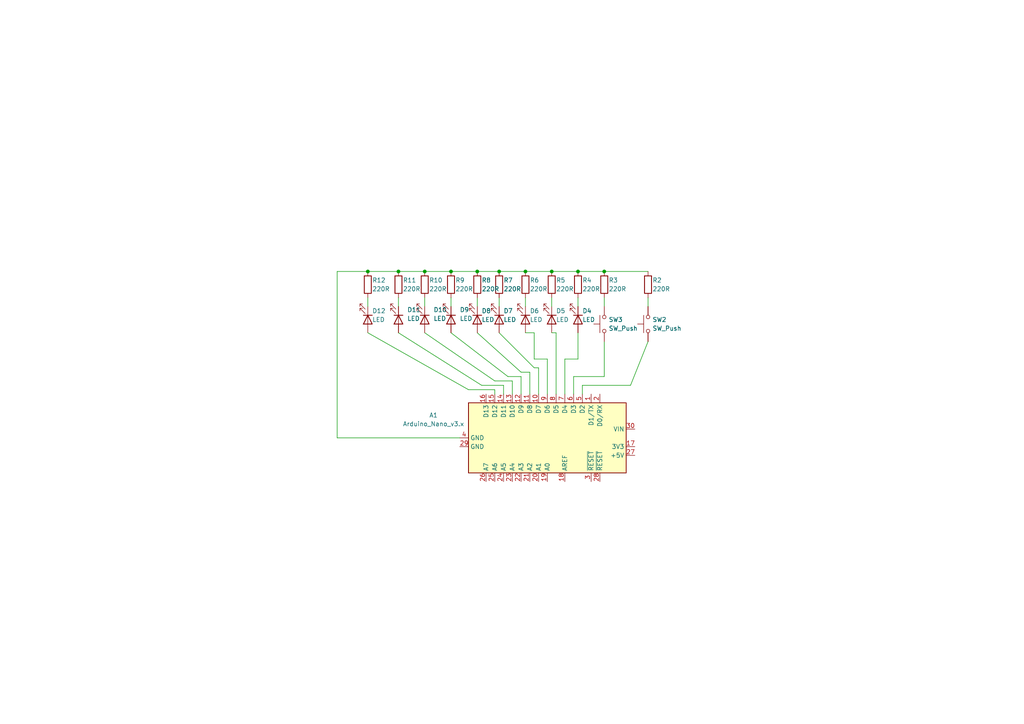
<source format=kicad_sch>
(kicad_sch (version 20211123) (generator eeschema)
  (paper "A4")
  (lib_symbols
    (symbol "Device:LED" (pin_numbers hide) (pin_names (offset 1.016) hide)
      (property "Reference" "D" (at 0 2.54 0))
      (property "Value" "LED" (at 0 -2.54 0))
      (symbol "LED_0_1"
        (polyline (pts (xy -1.27 -1.27) (xy -1.27 1.27)) (stroke (width 0.254)))
        (polyline (pts (xy -1.27 0) (xy 1.27 0)))
        (polyline (pts (xy 1.27 -1.27) (xy 1.27 1.27) (xy -1.27 0) (xy 1.27 -1.27)) (stroke (width 0.254)))
        (polyline (pts (xy -3.048 -0.762) (xy -4.572 -2.286) (xy -3.81 -2.286) (xy -4.572 -2.286) (xy -4.572 -1.524)))
        (polyline (pts (xy -1.778 -0.762) (xy -3.302 -2.286) (xy -2.54 -2.286) (xy -3.302 -2.286) (xy -3.302 -1.524)))
      )
      (symbol "LED_1_1"
        (pin passive line (at -3.81 0 0) (length 2.54) (name "K") (number "1"))
        (pin passive line (at 3.81 0 180) (length 2.54) (name "A") (number "2"))
      )
    )
    (symbol "Device:R" (pin_numbers hide) (pin_names (offset 0))
      (property "Reference" "R" (at 2.032 0 90))
      (property "Value" "R" (at 0 0 90))
      (symbol "R_0_1"
        (rectangle (start -1.016 -2.54) (end 1.016 2.54) (stroke (width 0.254)))
      )
      (symbol "R_1_1"
        (pin passive line (at 0 3.81 270) (length 1.27) (name "~") (number "1"))
        (pin passive line (at 0 -3.81 90) (length 1.27) (name "~") (number "2"))
      )
    )
    (symbol "MCU_Module:Arduino_Nano_v3.x"
      (property "Reference" "A" (at -10.16 23.495 0))
      (property "Value" "Arduino_Nano_v3.x" (at 5.08 -24.13 0))
      (symbol "Arduino_Nano_v3.x_0_1"
        (rectangle (start -10.16 22.86) (end 10.16 -22.86) (stroke (width 0.254)) (fill (type background)))
      )
      (symbol "Arduino_Nano_v3.x_1_1"
        (pin bidirectional line (at -12.7 12.7 0) (length 2.54) (name "D1/TX") (number "1"))
        (pin bidirectional line (at -12.7 -2.54 0) (length 2.54) (name "D7") (number "10"))
        (pin bidirectional line (at -12.7 -5.08 0) (length 2.54) (name "D8") (number "11"))
        (pin bidirectional line (at -12.7 -7.62 0) (length 2.54) (name "D9") (number "12"))
        (pin bidirectional line (at -12.7 -10.16 0) (length 2.54) (name "D10") (number "13"))
        (pin bidirectional line (at -12.7 -12.7 0) (length 2.54) (name "D11") (number "14"))
        (pin bidirectional line (at -12.7 -15.24 0) (length 2.54) (name "D12") (number "15"))
        (pin bidirectional line (at -12.7 -17.78 0) (length 2.54) (name "D13") (number "16"))
        (pin power_out line (at 2.54 25.4 270) (length 2.54) (name "3V3") (number "17"))
        (pin input line (at 12.7 5.08 180) (length 2.54) (name "AREF") (number "18"))
        (pin bidirectional line (at 12.7 0 180) (length 2.54) (name "A0") (number "19"))
        (pin bidirectional line (at -12.7 15.24 0) (length 2.54) (name "D0/RX") (number "2"))
        (pin bidirectional line (at 12.7 -2.54 180) (length 2.54) (name "A1") (number "20"))
        (pin bidirectional line (at 12.7 -5.08 180) (length 2.54) (name "A2") (number "21"))
        (pin bidirectional line (at 12.7 -7.62 180) (length 2.54) (name "A3") (number "22"))
        (pin bidirectional line (at 12.7 -10.16 180) (length 2.54) (name "A4") (number "23"))
        (pin bidirectional line (at 12.7 -12.7 180) (length 2.54) (name "A5") (number "24"))
        (pin bidirectional line (at 12.7 -15.24 180) (length 2.54) (name "A6") (number "25"))
        (pin bidirectional line (at 12.7 -17.78 180) (length 2.54) (name "A7") (number "26"))
        (pin power_out line (at 5.08 25.4 270) (length 2.54) (name "+5V") (number "27"))
        (pin input line (at 12.7 15.24 180) (length 2.54) (name "~{RESET}") (number "28"))
        (pin power_in line (at 2.54 -25.4 90) (length 2.54) (name "GND") (number "29"))
        (pin input line (at 12.7 12.7 180) (length 2.54) (name "~{RESET}") (number "3"))
        (pin power_in line (at -2.54 25.4 270) (length 2.54) (name "VIN") (number "30"))
        (pin power_in line (at 0 -25.4 90) (length 2.54) (name "GND") (number "4"))
        (pin bidirectional line (at -12.7 10.16 0) (length 2.54) (name "D2") (number "5"))
        (pin bidirectional line (at -12.7 7.62 0) (length 2.54) (name "D3") (number "6"))
        (pin bidirectional line (at -12.7 5.08 0) (length 2.54) (name "D4") (number "7"))
        (pin bidirectional line (at -12.7 2.54 0) (length 2.54) (name "D5") (number "8"))
        (pin bidirectional line (at -12.7 0 0) (length 2.54) (name "D6") (number "9"))
      )
    )
    (symbol "Switch:SW_Push" (pin_numbers hide) (pin_names (offset 1.016) hide)
      (property "Reference" "SW" (at 1.27 2.54 0))
      (property "Value" "SW_Push" (at 0 -1.524 0))
      (symbol "SW_Push_0_1"
        (circle (center -2.032 0) (radius 0.508))
        (polyline (pts (xy 0 1.27) (xy 0 3.048)))
        (polyline (pts (xy 2.54 1.27) (xy -2.54 1.27)))
        (circle (center 2.032 0) (radius 0.508))
        (pin passive line (at -5.08 0 0) (length 2.54) (name "1") (number "1"))
        (pin passive line (at 5.08 0 180) (length 2.54) (name "2") (number "2"))
      )
    )
  )
  (junction (at 115.57 78.74))
  (junction (at 130.81 78.74))
  (junction (at 175.26 78.74))
  (junction (at 167.64 78.74))
  (junction (at 106.68 78.74))
  (junction (at 138.43 78.74))
  (junction (at 123.19 78.74))
  (junction (at 152.4 78.74))
  (junction (at 144.78 78.74))
  (junction (at 160.02 78.74))
  (wire (pts (xy 123.19 78.74) (xy 115.57 78.74)))
  (wire (pts (xy 163.83 114.3) (xy 163.83 104.14)))
  (wire (pts (xy 167.64 78.74) (xy 175.26 78.74)))
  (wire (pts (xy 152.4 78.74) (xy 160.02 78.74)))
  (wire (pts (xy 154.94 96.52) (xy 152.4 96.52)))
  (wire (pts (xy 158.75 114.3) (xy 158.75 104.14)))
  (wire (pts (xy 187.96 99.06) (xy 182.88 111.76)))
  (wire (pts (xy 147.32 109.22) (xy 130.81 96.52)))
  (wire (pts (xy 175.26 109.22) (xy 175.26 99.06)))
  (wire (pts (xy 97.79 78.74) (xy 97.79 127)))
  (wire (pts (xy 156.21 114.3) (xy 156.21 106.68)))
  (wire (pts (xy 153.67 114.3) (xy 153.67 107.95)))
  (wire (pts (xy 152.4 86.36) (xy 152.4 88.9)))
  (wire (pts (xy 161.29 96.52) (xy 160.02 96.52)))
  (wire (pts (xy 148.59 114.3) (xy 148.59 110.49)))
  (wire (pts (xy 97.79 127) (xy 133.35 127)))
  (wire (pts (xy 135.89 113.03) (xy 106.68 96.52)))
  (wire (pts (xy 175.26 86.36) (xy 175.26 88.9)))
  (wire (pts (xy 143.51 114.3) (xy 143.51 113.03)))
  (wire (pts (xy 144.78 78.74) (xy 152.4 78.74)))
  (wire (pts (xy 156.21 106.68) (xy 154.94 106.68)))
  (wire (pts (xy 160.02 78.74) (xy 167.64 78.74)))
  (wire (pts (xy 154.94 104.14) (xy 154.94 96.52)))
  (wire (pts (xy 115.57 86.36) (xy 115.57 88.9)))
  (wire (pts (xy 146.05 114.3) (xy 146.05 111.76)))
  (wire (pts (xy 158.75 104.14) (xy 154.94 104.14)))
  (wire (pts (xy 151.13 114.3) (xy 151.13 109.22)))
  (wire (pts (xy 138.43 86.36) (xy 138.43 88.9)))
  (wire (pts (xy 144.78 86.36) (xy 144.78 88.9)))
  (wire (pts (xy 187.96 78.74) (xy 175.26 78.74)))
  (wire (pts (xy 106.68 78.74) (xy 115.57 78.74)))
  (wire (pts (xy 168.91 111.76) (xy 182.88 111.76)))
  (wire (pts (xy 187.96 86.36) (xy 187.96 88.9)))
  (wire (pts (xy 106.68 78.74) (xy 97.79 78.74)))
  (wire (pts (xy 163.83 104.14) (xy 167.64 104.14)))
  (wire (pts (xy 166.37 114.3) (xy 166.37 109.22)))
  (wire (pts (xy 168.91 114.3) (xy 168.91 111.76)))
  (wire (pts (xy 148.59 110.49) (xy 143.51 110.49)))
  (wire (pts (xy 143.51 110.49) (xy 123.19 96.52)))
  (wire (pts (xy 160.02 86.36) (xy 160.02 88.9)))
  (wire (pts (xy 161.29 114.3) (xy 161.29 96.52)))
  (wire (pts (xy 146.05 111.76) (xy 139.7 111.76)))
  (wire (pts (xy 143.51 113.03) (xy 135.89 113.03)))
  (wire (pts (xy 166.37 109.22) (xy 175.26 109.22)))
  (wire (pts (xy 167.64 104.14) (xy 167.64 96.52)))
  (wire (pts (xy 144.78 78.74) (xy 138.43 78.74)))
  (wire (pts (xy 167.64 86.36) (xy 167.64 88.9)))
  (wire (pts (xy 151.13 107.95) (xy 138.43 96.52)))
  (wire (pts (xy 130.81 86.36) (xy 130.81 88.9)))
  (wire (pts (xy 154.94 106.68) (xy 144.78 96.52)))
  (wire (pts (xy 151.13 109.22) (xy 147.32 109.22)))
  (wire (pts (xy 130.81 78.74) (xy 123.19 78.74)))
  (wire (pts (xy 106.68 86.36) (xy 106.68 88.9)))
  (wire (pts (xy 123.19 86.36) (xy 123.19 88.9)))
  (wire (pts (xy 139.7 111.76) (xy 115.57 96.52)))
  (wire (pts (xy 138.43 78.74) (xy 130.81 78.74)))
  (wire (pts (xy 153.67 107.95) (xy 151.13 107.95)))
  (symbol (lib_id "Device:R") (at 144.78 82.55 0) (unit 1)
    (property "Reference" "R7" (at 146.05 81.28 0) (effects (justify left)))
    (property "Value" "220R" (at 146.05 83.82 0) (effects (justify left)))
    (property "Footprint" "Resistor_THT:R_Axial_DIN0207_L6.3mm_D2.5mm_P7.62mm_Horizontal" (effects hide))
  )
  (symbol (lib_id "Device:R") (at 160.02 82.55 0) (unit 1)
    (property "Reference" "R5" (at 161.29 81.28 0) (effects (justify left)))
    (property "Value" "220R" (at 161.29 83.82 0) (effects (justify left)))
    (property "Footprint" "Resistor_THT:R_Axial_DIN0207_L6.3mm_D2.5mm_P7.62mm_Horizontal" (effects hide))
  )
  (symbol (lib_id "Device:R") (at 138.43 82.55 0) (unit 1)
    (property "Reference" "R8" (at 139.7 81.28 0) (effects (justify left)))
    (property "Value" "220R" (at 139.7 83.82 0) (effects (justify left)))
    (property "Footprint" "Resistor_THT:R_Axial_DIN0207_L6.3mm_D2.5mm_P7.62mm_Horizontal" (effects hide))
  )
  (symbol (lib_id "Device:LED") (at 152.4 92.71 270) (unit 1)
    (property "Reference" "D6" (at 153.67 90.17 90) (effects (justify left)))
    (property "Value" "LED" (at 153.67 92.71 90) (effects (justify left)))
    (property "Footprint" "LED_THT:LED_D5.0mm" (effects hide))
  )
  (symbol (lib_id "Device:LED") (at 130.81 92.71 270) (unit 1)
    (property "Reference" "D9" (at 133.35 89.8524 90) (effects (justify left)))
    (property "Value" "LED" (at 133.35 92.3924 90) (effects (justify left)))
    (property "Footprint" "LED_THT:LED_D5.0mm" (effects hide))
  )
  (symbol (lib_id "Device:R") (at 106.68 82.55 0) (unit 1)
    (property "Reference" "R12" (at 107.95 81.28 0) (effects (justify left)))
    (property "Value" "220R" (at 107.95 83.82 0) (effects (justify left)))
    (property "Footprint" "Resistor_THT:R_Axial_DIN0207_L6.3mm_D2.5mm_P7.62mm_Horizontal" (effects hide))
  )
  (symbol (lib_id "Device:R") (at 152.4 82.55 0) (unit 1)
    (property "Reference" "R6" (at 153.67 81.28 0) (effects (justify left)))
    (property "Value" "220R" (at 153.67 83.82 0) (effects (justify left)))
    (property "Footprint" "Resistor_THT:R_Axial_DIN0207_L6.3mm_D2.5mm_P7.62mm_Horizontal" (effects hide))
  )
  (symbol (lib_id "Device:LED") (at 115.57 92.71 270) (unit 1)
    (property "Reference" "D11" (at 118.11 89.8524 90) (effects (justify left)))
    (property "Value" "LED" (at 118.11 92.3924 90) (effects (justify left)))
    (property "Footprint" "LED_THT:LED_D5.0mm" (effects hide))
  )
  (symbol (lib_id "Device:R") (at 115.57 82.55 0) (unit 1)
    (property "Reference" "R11" (at 116.84 81.28 0) (effects (justify left)))
    (property "Value" "220R" (at 116.84 83.82 0) (effects (justify left)))
    (property "Footprint" "Resistor_THT:R_Axial_DIN0207_L6.3mm_D2.5mm_P7.62mm_Horizontal" (effects hide))
  )
  (symbol (lib_id "Device:R") (at 175.26 82.55 0) (unit 1)
    (property "Reference" "R3" (at 176.53 81.28 0) (effects (justify left)))
    (property "Value" "220R" (at 176.53 83.82 0) (effects (justify left)))
    (property "Footprint" "Resistor_THT:R_Axial_DIN0207_L6.3mm_D2.5mm_P7.62mm_Horizontal" (effects hide))
  )
  (symbol (lib_id "Device:LED") (at 160.02 92.71 270) (unit 1)
    (property "Reference" "D5" (at 161.29 90.17 90) (effects (justify left)))
    (property "Value" "LED" (at 161.29 92.71 90) (effects (justify left)))
    (property "Footprint" "LED_THT:LED_D5.0mm" (effects hide))
  )
  (symbol (lib_id "Device:LED") (at 138.43 92.71 270) (unit 1)
    (property "Reference" "D8" (at 139.7 90.17 90) (effects (justify left)))
    (property "Value" "LED" (at 139.7 92.71 90) (effects (justify left)))
    (property "Footprint" "LED_THT:LED_D5.0mm" (effects hide))
  )
  (symbol (lib_id "Device:LED") (at 123.19 92.71 270) (unit 1)
    (property "Reference" "D10" (at 125.73 89.8524 90) (effects (justify left)))
    (property "Value" "LED" (at 125.73 92.3924 90) (effects (justify left)))
    (property "Footprint" "LED_THT:LED_D5.0mm" (effects hide))
  )
  (symbol (lib_id "Device:LED") (at 106.68 92.71 270) (unit 1)
    (property "Reference" "D12" (at 107.95 90.17 90) (effects (justify left)))
    (property "Value" "LED" (at 107.95 92.71 90) (effects (justify left)))
    (property "Footprint" "LED_THT:LED_D5.0mm" (effects hide))
  )
  (symbol (lib_id "Device:LED") (at 144.78 92.71 270) (unit 1)
    (property "Reference" "D7" (at 146.05 90.17 90) (effects (justify left)))
    (property "Value" "LED" (at 146.05 92.71 90) (effects (justify left)))
    (property "Footprint" "LED_THT:LED_D5.0mm" (effects hide))
  )
  (symbol (lib_id "Switch:SW_Push") (at 175.26 93.98 90) (unit 1)
    (property "Reference" "SW3" (at 176.53 92.7099 90) (effects (justify right)))
    (property "Value" "SW_Push" (at 176.53 95.2499 90) (effects (justify right)))
    (property "Footprint" "Button_Switch_THT:SW_PUSH_6mm" (effects hide))
  )
  (symbol (lib_id "Device:R") (at 130.81 82.55 0) (unit 1)
    (property "Reference" "R9" (at 132.08 81.28 0) (effects (justify left)))
    (property "Value" "220R" (at 132.08 83.82 0) (effects (justify left)))
    (property "Footprint" "Resistor_THT:R_Axial_DIN0207_L6.3mm_D2.5mm_P7.62mm_Horizontal" (effects hide))
  )
  (symbol (lib_id "Device:LED") (at 167.64 92.71 270) (unit 1)
    (property "Reference" "D4" (at 168.91 90.17 90) (effects (justify left)))
    (property "Value" "LED" (at 168.91 92.71 90) (effects (justify left)))
    (property "Footprint" "LED_THT:LED_D5.0mm" (effects hide))
  )
  (symbol (lib_id "Switch:SW_Push") (at 187.96 93.98 90) (unit 1)
    (property "Reference" "SW2" (at 189.23 92.7099 90) (effects (justify right)))
    (property "Value" "SW_Push" (at 189.23 95.2499 90) (effects (justify right)))
    (property "Footprint" "Button_Switch_THT:SW_PUSH_6mm" (effects hide))
  )
  (symbol (lib_id "Device:R") (at 187.96 82.55 0) (unit 1)
    (property "Reference" "R2" (at 189.23 81.28 0) (effects (justify left)))
    (property "Value" "220R" (at 189.23 83.82 0) (effects (justify left)))
    (property "Footprint" "Resistor_THT:R_Axial_DIN0207_L6.3mm_D2.5mm_P7.62mm_Horizontal" (effects hide))
  )
  (symbol (lib_id "MCU_Module:Arduino_Nano_v3.x") (at 158.75 127 270) (unit 1)
    (property "Reference" "A1" (at 125.73 120.4212 90))
    (property "Value" "Arduino_Nano_v3.x" (at 125.73 122.9612 90))
    (property "Footprint" "Module:Arduino_Nano" (effects hide))
    (property "Datasheet" "http://www.mouser.com/pdfdocs/Gravitech_Arduino_Nano3_0.pdf" (effects hide))
  )
  (symbol (lib_id "Device:R") (at 167.64 82.55 0) (unit 1)
    (property "Reference" "R4" (at 168.91 81.28 0) (effects (justify left)))
    (property "Value" "220R" (at 168.91 83.82 0) (effects (justify left)))
    (property "Footprint" "Resistor_THT:R_Axial_DIN0207_L6.3mm_D2.5mm_P7.62mm_Horizontal" (effects hide))
  )
  (symbol (lib_id "Device:R") (at 123.19 82.55 0) (unit 1)
    (property "Reference" "R10" (at 124.46 81.28 0) (effects (justify left)))
    (property "Value" "220R" (at 124.46 83.82 0) (effects (justify left)))
    (property "Footprint" "Resistor_THT:R_Axial_DIN0207_L6.3mm_D2.5mm_P7.62mm_Horizontal" (effects hide))
  )
)
</source>
